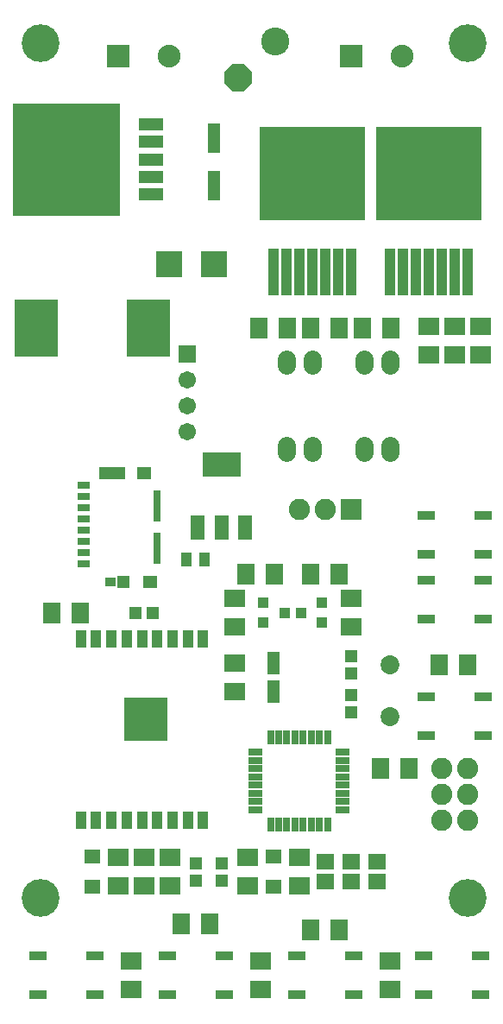
<source format=gbr>
G04 EAGLE Gerber RS-274X export*
G75*
%MOMM*%
%FSLAX34Y34*%
%LPD*%
%INSoldermask Top*%
%IPPOS*%
%AMOC8*
5,1,8,0,0,1.08239X$1,22.5*%
G01*
%ADD10C,3.703200*%
%ADD11R,1.727200X0.965200*%
%ADD12R,1.103200X1.688200*%
%ADD13R,4.203200X4.203200*%
%ADD14R,1.203200X0.703200*%
%ADD15R,0.983200X0.923200*%
%ADD16R,1.283200X1.253200*%
%ADD17R,1.403200X1.253200*%
%ADD18R,2.593200X1.253200*%
%ADD19R,0.753200X3.113200*%
%ADD20R,0.762000X1.473200*%
%ADD21R,1.473200X0.762000*%
%ADD22C,1.854200*%
%ADD23R,1.203200X1.303200*%
%ADD24R,1.803200X2.003200*%
%ADD25R,2.003200X1.803200*%
%ADD26R,1.703200X1.503200*%
%ADD27R,1.203200X2.203200*%
%ADD28R,1.603200X1.403200*%
%ADD29C,2.082800*%
%ADD30R,1.103200X1.003200*%
%ADD31R,1.303200X1.203200*%
%ADD32R,1.053200X4.553200*%
%ADD33R,10.353200X9.103200*%
%ADD34R,2.235200X2.235200*%
%ADD35C,2.235200*%
%ADD36R,10.613200X11.003200*%
%ADD37R,2.362200X1.270000*%
%ADD38C,2.743200*%
%ADD39P,2.969212X8X247.500000*%
%ADD40R,2.603200X2.603200*%
%ADD41R,4.203200X5.703200*%
%ADD42R,1.203200X3.003200*%
%ADD43R,1.422400X2.438400*%
%ADD44R,3.803200X2.403200*%
%ADD45R,1.003200X1.403200*%
%ADD46R,2.082800X2.082800*%
%ADD47R,1.703200X1.703200*%
%ADD48C,1.703200*%
%ADD49C,1.803200*%


D10*
X38100Y127000D03*
X457200Y127000D03*
X38100Y965200D03*
X457200Y965200D03*
D11*
X289560Y69850D03*
X345440Y69850D03*
X289560Y31750D03*
X345440Y31750D03*
X35560Y69850D03*
X91440Y69850D03*
X35560Y31750D03*
X91440Y31750D03*
X162560Y69850D03*
X218440Y69850D03*
X162560Y31750D03*
X218440Y31750D03*
X414020Y69850D03*
X469900Y69850D03*
X414020Y31750D03*
X469900Y31750D03*
D12*
X78000Y203175D03*
X93000Y203175D03*
X108000Y203175D03*
X123000Y203175D03*
X138000Y203175D03*
X153000Y203175D03*
X168000Y203175D03*
X183000Y203175D03*
X198000Y203175D03*
X198000Y381025D03*
X183000Y381025D03*
X168000Y381025D03*
X153000Y381025D03*
X138000Y381025D03*
X123000Y381025D03*
X108000Y381025D03*
X93000Y381025D03*
X78000Y381025D03*
D13*
X142000Y302100D03*
D14*
X80400Y454100D03*
X80400Y465100D03*
X80400Y476100D03*
X80400Y487100D03*
X80400Y498100D03*
X80400Y509100D03*
X80400Y520100D03*
X80400Y531100D03*
D15*
X107200Y436100D03*
D16*
X119900Y436100D03*
D17*
X146000Y436100D03*
X140300Y542850D03*
D18*
X108450Y542850D03*
D19*
X152750Y511050D03*
X152750Y469150D03*
D20*
X320100Y284226D03*
X312100Y284226D03*
X304100Y284226D03*
X296100Y284226D03*
X288100Y284226D03*
X280100Y284226D03*
X272100Y284226D03*
X264100Y284226D03*
D21*
X249174Y269300D03*
X249174Y261300D03*
X249174Y253300D03*
X249174Y245300D03*
X249174Y237300D03*
X249174Y229300D03*
X249174Y221300D03*
X249174Y213300D03*
D20*
X264100Y198374D03*
X272100Y198374D03*
X280100Y198374D03*
X288100Y198374D03*
X296100Y198374D03*
X304100Y198374D03*
X312100Y198374D03*
X320100Y198374D03*
D21*
X335026Y213300D03*
X335026Y221300D03*
X335026Y229300D03*
X335026Y237300D03*
X335026Y245300D03*
X335026Y253300D03*
X335026Y261300D03*
X335026Y269300D03*
D22*
X381000Y355600D03*
X381000Y304800D03*
D23*
X342900Y326000D03*
X342900Y309000D03*
X342900Y347100D03*
X342900Y364100D03*
D24*
X400080Y254000D03*
X372080Y254000D03*
D25*
X292100Y138400D03*
X292100Y166400D03*
D26*
X342900Y142900D03*
X342900Y161900D03*
X317500Y142900D03*
X317500Y161900D03*
X368300Y142900D03*
X368300Y161900D03*
D27*
X266700Y328650D03*
X266700Y357150D03*
D11*
X416560Y438150D03*
X472440Y438150D03*
X416560Y400050D03*
X472440Y400050D03*
D25*
X381000Y64800D03*
X381000Y36800D03*
X254000Y64800D03*
X254000Y36800D03*
X127000Y64800D03*
X127000Y36800D03*
D24*
X331500Y95250D03*
X303500Y95250D03*
X204500Y101600D03*
X176500Y101600D03*
D11*
X472440Y463550D03*
X416560Y463550D03*
X472440Y501650D03*
X416560Y501650D03*
X416560Y323850D03*
X472440Y323850D03*
X416560Y285750D03*
X472440Y285750D03*
D24*
X429230Y355600D03*
X457230Y355600D03*
D25*
X165100Y138400D03*
X165100Y166400D03*
D28*
X88900Y167400D03*
X88900Y137400D03*
D25*
X114300Y166400D03*
X114300Y138400D03*
D24*
X49500Y406400D03*
X77500Y406400D03*
D25*
X228600Y356900D03*
X228600Y328900D03*
D29*
X457200Y203200D03*
X431800Y203200D03*
X457200Y228600D03*
X431800Y228600D03*
X457200Y254000D03*
X431800Y254000D03*
D30*
X256700Y415900D03*
X256700Y396900D03*
X277700Y406400D03*
X314800Y396900D03*
X314800Y415900D03*
X293800Y406400D03*
D25*
X228600Y392400D03*
X228600Y420400D03*
X342900Y420400D03*
X342900Y392400D03*
D24*
X303500Y444500D03*
X331500Y444500D03*
X268000Y444500D03*
X240000Y444500D03*
D31*
X131200Y406400D03*
X148200Y406400D03*
D25*
X139700Y138400D03*
X139700Y166400D03*
X241300Y138400D03*
X241300Y166400D03*
D23*
X215900Y143900D03*
X215900Y160900D03*
X190500Y143900D03*
X190500Y160900D03*
D32*
X266700Y740100D03*
X279400Y740100D03*
X292100Y740100D03*
X304800Y740100D03*
X317500Y740100D03*
X330200Y740100D03*
X342900Y740100D03*
D33*
X304800Y837100D03*
D32*
X381000Y740100D03*
X393700Y740100D03*
X406400Y740100D03*
X419100Y740100D03*
X431800Y740100D03*
X444500Y740100D03*
X457200Y740100D03*
D33*
X419100Y837100D03*
D34*
X342900Y952500D03*
D35*
X392900Y952500D03*
D24*
X331500Y685800D03*
X303500Y685800D03*
D25*
X444500Y687100D03*
X444500Y659100D03*
D36*
X63500Y850900D03*
D37*
X146812Y816864D03*
X146812Y833882D03*
X146812Y850900D03*
X146812Y867918D03*
X146812Y884936D03*
D38*
X268368Y966868D03*
D39*
X232447Y930947D03*
D40*
X164690Y748030D03*
X208690Y748030D03*
D41*
X143900Y685800D03*
X33900Y685800D03*
D42*
X208280Y871860D03*
X208280Y824860D03*
D43*
X192786Y489712D03*
X215900Y489712D03*
X239014Y489712D03*
D44*
X215900Y551690D03*
D45*
X199500Y458470D03*
X181500Y458470D03*
D34*
X114300Y952500D03*
D35*
X164300Y952500D03*
D46*
X342900Y508000D03*
D29*
X317500Y508000D03*
X292100Y508000D03*
D47*
X182200Y660400D03*
D48*
X182200Y635000D03*
X182200Y609600D03*
X182200Y584200D03*
D49*
X279400Y570350D02*
X279400Y563850D01*
X304800Y563850D02*
X304800Y570350D01*
X304800Y648850D02*
X304800Y655350D01*
X279400Y655350D02*
X279400Y648850D01*
X355600Y570350D02*
X355600Y563850D01*
X381000Y563850D02*
X381000Y570350D01*
X381000Y648850D02*
X381000Y655350D01*
X355600Y655350D02*
X355600Y648850D01*
D25*
X419100Y659100D03*
X419100Y687100D03*
D24*
X252700Y685800D03*
X280700Y685800D03*
X382300Y685800D03*
X354300Y685800D03*
D25*
X469900Y659100D03*
X469900Y687100D03*
D28*
X266700Y137400D03*
X266700Y167400D03*
M02*

</source>
